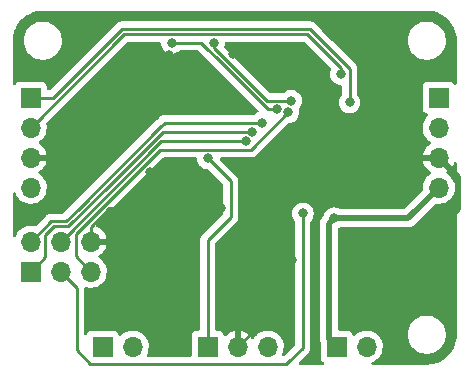
<source format=gbr>
%TF.GenerationSoftware,KiCad,Pcbnew,(6.0.2)*%
%TF.CreationDate,2022-04-29T01:07:20-04:00*%
%TF.ProjectId,Spacecraft ATmega328 MOSFET,53706163-6563-4726-9166-742041546d65,rev?*%
%TF.SameCoordinates,Original*%
%TF.FileFunction,Copper,L2,Bot*%
%TF.FilePolarity,Positive*%
%FSLAX46Y46*%
G04 Gerber Fmt 4.6, Leading zero omitted, Abs format (unit mm)*
G04 Created by KiCad (PCBNEW (6.0.2)) date 2022-04-29 01:07:20*
%MOMM*%
%LPD*%
G01*
G04 APERTURE LIST*
%TA.AperFunction,ComponentPad*%
%ADD10R,1.700000X1.700000*%
%TD*%
%TA.AperFunction,ComponentPad*%
%ADD11O,1.700000X1.700000*%
%TD*%
%TA.AperFunction,ViaPad*%
%ADD12C,0.800000*%
%TD*%
%TA.AperFunction,Conductor*%
%ADD13C,0.250000*%
%TD*%
%TA.AperFunction,Conductor*%
%ADD14C,0.500000*%
%TD*%
G04 APERTURE END LIST*
D10*
%TO.P,J4,1*%
%TO.N,/LED*%
X104394000Y-90170000D03*
D11*
%TO.P,J4,2*%
%TO.N,GND*%
X106934000Y-90170000D03*
%TO.P,J4,3*%
%TO.N,+5V*%
X109474000Y-90170000D03*
%TD*%
D10*
%TO.P,J1,1*%
%TO.N,/SDA*%
X89408000Y-69088000D03*
D11*
%TO.P,J1,2*%
%TO.N,/SCL*%
X89408000Y-71628000D03*
%TO.P,J1,3*%
%TO.N,GND*%
X89408000Y-74168000D03*
%TO.P,J1,4*%
%TO.N,VCC*%
X89408000Y-76708000D03*
%TD*%
D10*
%TO.P,J5,1*%
%TO.N,VCC*%
X95504000Y-90170000D03*
D11*
%TO.P,J5,2*%
%TO.N,/SOL1*%
X98044000Y-90170000D03*
%TD*%
D10*
%TO.P,J3,1*%
%TO.N,/MISO*%
X89408000Y-83820000D03*
D11*
%TO.P,J3,2*%
%TO.N,+5V*%
X89408000Y-81280000D03*
%TO.P,J3,3*%
%TO.N,/SCK*%
X91948000Y-83820000D03*
%TO.P,J3,4*%
%TO.N,/MOSI*%
X91948000Y-81280000D03*
%TO.P,J3,5*%
%TO.N,/Reset*%
X94488000Y-83820000D03*
%TO.P,J3,6*%
%TO.N,GND*%
X94488000Y-81280000D03*
%TD*%
D10*
%TO.P,Jv,1*%
%TO.N,VCC*%
X115316000Y-90170000D03*
D11*
%TO.P,Jv,2*%
%TO.N,/SOL2*%
X117856000Y-90170000D03*
%TD*%
D10*
%TO.P,J2,1*%
%TO.N,/SDA*%
X123952000Y-69088000D03*
D11*
%TO.P,J2,2*%
%TO.N,/SCL*%
X123952000Y-71628000D03*
%TO.P,J2,3*%
%TO.N,GND*%
X123952000Y-74168000D03*
%TO.P,J2,4*%
%TO.N,VCC*%
X123952000Y-76708000D03*
%TD*%
D12*
%TO.N,+5V*%
X108950000Y-71200000D03*
%TO.N,GND*%
X99494158Y-75394158D03*
X101100000Y-65450000D03*
X111550000Y-82800000D03*
X110650000Y-65500000D03*
X97494438Y-78455562D03*
X110500394Y-68250394D03*
X105550000Y-78450000D03*
X99250000Y-69650000D03*
X124950000Y-79150000D03*
X106512299Y-65437701D03*
%TO.N,VCC*%
X115100000Y-79300000D03*
%TO.N,/Reset*%
X111218289Y-70322334D03*
%TO.N,/TXD*%
X110250000Y-70074500D03*
X101350000Y-64449989D03*
%TO.N,/RXD*%
X104918873Y-64494275D03*
X111450000Y-69350000D03*
%TO.N,/MISO*%
X108154424Y-71968363D03*
%TO.N,/SCK*%
X112450000Y-78900000D03*
%TO.N,/MOSI*%
X107600000Y-72800000D03*
%TO.N,/LED*%
X104400000Y-74225500D03*
%TO.N,/SDA*%
X116400000Y-69500000D03*
%TO.N,/SCL*%
X115675500Y-67100000D03*
%TD*%
D13*
%TO.N,+5V*%
X89408000Y-81280000D02*
X91137520Y-79550480D01*
X92406084Y-79550480D02*
X93453282Y-78503282D01*
X93453282Y-78503282D02*
X100456564Y-71500000D01*
X100750000Y-71200000D02*
X108950000Y-71200000D01*
X100456564Y-71500000D02*
X100456564Y-71493436D01*
X91586198Y-79550480D02*
X92406084Y-79550480D01*
X100650000Y-71300000D02*
X100750000Y-71200000D01*
X100456564Y-71493436D02*
X100650000Y-71300000D01*
X91137520Y-79550480D02*
X91586198Y-79550480D01*
D14*
%TO.N,GND*%
X123952000Y-74168000D02*
X125600000Y-75816000D01*
X125600000Y-75816000D02*
X125600000Y-78500000D01*
D13*
X110587701Y-65437701D02*
X110650000Y-65500000D01*
X106512299Y-65437701D02*
X110587701Y-65437701D01*
X105550000Y-78450000D02*
X105544438Y-78455562D01*
X94488000Y-80011436D02*
X96043874Y-78455562D01*
X111550000Y-85554000D02*
X106934000Y-90170000D01*
X110650000Y-68100788D02*
X110650000Y-65500000D01*
X111550000Y-82800000D02*
X111550000Y-85554000D01*
D14*
X125600000Y-78500000D02*
X124950000Y-79150000D01*
D13*
X94488000Y-81280000D02*
X94488000Y-80011436D01*
X96043874Y-78455562D02*
X97494438Y-78455562D01*
X105544438Y-78455562D02*
X97494438Y-78455562D01*
X110500394Y-68250394D02*
X110650000Y-68100788D01*
D14*
%TO.N,VCC*%
X115100000Y-79300000D02*
X114650000Y-79750000D01*
X121360000Y-79300000D02*
X123952000Y-76708000D01*
X115100000Y-79300000D02*
X121360000Y-79300000D01*
X114650000Y-89504000D02*
X115316000Y-90170000D01*
X114650000Y-79750000D02*
X114650000Y-89504000D01*
D13*
%TO.N,/Reset*%
X111218289Y-70322334D02*
X108016112Y-73524511D01*
X105124511Y-73524511D02*
X105100000Y-73500000D01*
X93200000Y-80663718D02*
X93200000Y-82532000D01*
X108016112Y-73524511D02*
X105124511Y-73524511D01*
X93200000Y-82532000D02*
X94488000Y-83820000D01*
X105100000Y-73500000D02*
X100363718Y-73500000D01*
X100363718Y-73500000D02*
X93200000Y-80663718D01*
%TO.N,/TXD*%
X103849989Y-64449989D02*
X101350000Y-64449989D01*
X108832141Y-69417859D02*
X109488782Y-70074500D01*
X105164282Y-65750000D02*
X108832141Y-69417859D01*
X105164282Y-65750000D02*
X105150000Y-65750000D01*
X104350000Y-64950000D02*
X103849989Y-64449989D01*
X109488782Y-70074500D02*
X110250000Y-70074500D01*
X105150000Y-65750000D02*
X104350000Y-64950000D01*
%TO.N,/RXD*%
X109400000Y-69350000D02*
X104918873Y-64868873D01*
X104918873Y-64868873D02*
X104918873Y-64494275D01*
X109400000Y-69350000D02*
X111450000Y-69350000D01*
%TO.N,/MISO*%
X92592282Y-80000000D02*
X96121141Y-76471141D01*
X91250000Y-80150000D02*
X91400000Y-80000000D01*
X100242282Y-72350000D02*
X100250000Y-72350000D01*
X91400000Y-80000000D02*
X92450000Y-80000000D01*
X90650000Y-81250000D02*
X90650000Y-80750000D01*
X89408000Y-83820000D02*
X90650000Y-82578000D01*
X96121141Y-76471141D02*
X100242282Y-72350000D01*
X100631637Y-71968363D02*
X108154424Y-71968363D01*
X92450000Y-80000000D02*
X92592282Y-80000000D01*
X100250000Y-72350000D02*
X100450000Y-72150000D01*
X90650000Y-80750000D02*
X91250000Y-80150000D01*
X100450000Y-72150000D02*
X100631637Y-71968363D01*
X90650000Y-82578000D02*
X90650000Y-81250000D01*
%TO.N,/SCK*%
X91948000Y-83820000D02*
X93300000Y-85172000D01*
X111300000Y-91400000D02*
X112450000Y-90250000D01*
X93300000Y-90500000D02*
X94450000Y-91650000D01*
X93300000Y-85172000D02*
X93300000Y-90500000D01*
X94450000Y-91650000D02*
X94500000Y-91650000D01*
X112450000Y-90250000D02*
X112450000Y-78900000D01*
X94500000Y-91650000D02*
X111050000Y-91650000D01*
X111050000Y-91650000D02*
X111300000Y-91400000D01*
%TO.N,/MOSI*%
X91948000Y-81280000D02*
X100428000Y-72800000D01*
X100428000Y-72800000D02*
X107600000Y-72800000D01*
%TO.N,/LED*%
X104400000Y-74225500D02*
X106350000Y-76175500D01*
X104394000Y-81156000D02*
X104394000Y-90170000D01*
X106350000Y-79200000D02*
X104394000Y-81156000D01*
X106350000Y-76175500D02*
X106350000Y-79200000D01*
%TO.N,/SDA*%
X97124314Y-63275969D02*
X110300000Y-63275969D01*
X96375141Y-64025141D02*
X97124314Y-63275969D01*
X91312282Y-69088000D02*
X96375141Y-64025141D01*
X116400000Y-66650000D02*
X116400000Y-68900000D01*
X89408000Y-69088000D02*
X91312282Y-69088000D01*
X110300000Y-63275969D02*
X112050583Y-63275969D01*
X113025969Y-63275969D02*
X113650000Y-63900000D01*
X113650000Y-63900000D02*
X116400000Y-66650000D01*
X112050583Y-63275969D02*
X113025969Y-63275969D01*
X116400000Y-68900000D02*
X116400000Y-69500000D01*
%TO.N,/SCL*%
X89408000Y-71628000D02*
X97310511Y-63725489D01*
X113632141Y-64517859D02*
X115675500Y-66561218D01*
X115675500Y-66561218D02*
X115675500Y-67100000D01*
X97310511Y-63725489D02*
X110450875Y-63725489D01*
X112839771Y-63725489D02*
X113632141Y-64517859D01*
X110450875Y-63725489D02*
X112839771Y-63725489D01*
%TD*%
%TA.AperFunction,Conductor*%
%TO.N,GND*%
G36*
X125403413Y-77099369D02*
G01*
X125456631Y-77146362D01*
X125476000Y-77213487D01*
X125476000Y-89104672D01*
X125474500Y-89124056D01*
X125470814Y-89147730D01*
X125471978Y-89156632D01*
X125471978Y-89156634D01*
X125472454Y-89160270D01*
X125472934Y-89163938D01*
X125473163Y-89165692D01*
X125474029Y-89189093D01*
X125461826Y-89406403D01*
X125460426Y-89431324D01*
X125458845Y-89445360D01*
X125443594Y-89535120D01*
X125413501Y-89712233D01*
X125410360Y-89725996D01*
X125335418Y-89986122D01*
X125330757Y-89999441D01*
X125227166Y-90249531D01*
X125221035Y-90262261D01*
X125090106Y-90499160D01*
X125082589Y-90511125D01*
X124925944Y-90731895D01*
X124917134Y-90742941D01*
X124736766Y-90944774D01*
X124726774Y-90954766D01*
X124524941Y-91135134D01*
X124513895Y-91143944D01*
X124293125Y-91300589D01*
X124281160Y-91308106D01*
X124044261Y-91439035D01*
X124031530Y-91445166D01*
X123830346Y-91528500D01*
X123781441Y-91548757D01*
X123768122Y-91553418D01*
X123507996Y-91628360D01*
X123494233Y-91631501D01*
X123365885Y-91653308D01*
X123227360Y-91676845D01*
X123213328Y-91678426D01*
X122978373Y-91691621D01*
X122951932Y-91690319D01*
X122942270Y-91688814D01*
X122910749Y-91692936D01*
X122894411Y-91694000D01*
X118362460Y-91694000D01*
X118294339Y-91673998D01*
X118247846Y-91620342D01*
X118237742Y-91550068D01*
X118267236Y-91485488D01*
X118326253Y-91447314D01*
X118348425Y-91440662D01*
X118348427Y-91440661D01*
X118353384Y-91439174D01*
X118553994Y-91340896D01*
X118735860Y-91211173D01*
X118894096Y-91053489D01*
X118973604Y-90942842D01*
X119021435Y-90876277D01*
X119024453Y-90872077D01*
X119038633Y-90843387D01*
X119121136Y-90676453D01*
X119121137Y-90676451D01*
X119123430Y-90671811D01*
X119163521Y-90539856D01*
X119186865Y-90463023D01*
X119186865Y-90463021D01*
X119188370Y-90458069D01*
X119217529Y-90236590D01*
X119218077Y-90214181D01*
X119219074Y-90173365D01*
X119219074Y-90173361D01*
X119219156Y-90170000D01*
X119200852Y-89947361D01*
X119146431Y-89730702D01*
X119057354Y-89525840D01*
X118996209Y-89431324D01*
X118938822Y-89342617D01*
X118938820Y-89342614D01*
X118936014Y-89338277D01*
X118785670Y-89173051D01*
X118781619Y-89169852D01*
X118781615Y-89169848D01*
X118761548Y-89154000D01*
X121322526Y-89154000D01*
X121342391Y-89406403D01*
X121343545Y-89411210D01*
X121343546Y-89411216D01*
X121359423Y-89477349D01*
X121401495Y-89652591D01*
X121403388Y-89657162D01*
X121403389Y-89657164D01*
X121471625Y-89821899D01*
X121498384Y-89886502D01*
X121630672Y-90102376D01*
X121795102Y-90294898D01*
X121987624Y-90459328D01*
X122203498Y-90591616D01*
X122208068Y-90593509D01*
X122208072Y-90593511D01*
X122432836Y-90686611D01*
X122437409Y-90688505D01*
X122522032Y-90708821D01*
X122678784Y-90746454D01*
X122678790Y-90746455D01*
X122683597Y-90747609D01*
X122783416Y-90755465D01*
X122870345Y-90762307D01*
X122870352Y-90762307D01*
X122872801Y-90762500D01*
X122999199Y-90762500D01*
X123001648Y-90762307D01*
X123001655Y-90762307D01*
X123088584Y-90755465D01*
X123188403Y-90747609D01*
X123193210Y-90746455D01*
X123193216Y-90746454D01*
X123349968Y-90708821D01*
X123434591Y-90688505D01*
X123439164Y-90686611D01*
X123663928Y-90593511D01*
X123663932Y-90593509D01*
X123668502Y-90591616D01*
X123884376Y-90459328D01*
X124076898Y-90294898D01*
X124241328Y-90102376D01*
X124373616Y-89886502D01*
X124400376Y-89821899D01*
X124468611Y-89657164D01*
X124468612Y-89657162D01*
X124470505Y-89652591D01*
X124512577Y-89477349D01*
X124528454Y-89411216D01*
X124528455Y-89411210D01*
X124529609Y-89406403D01*
X124549474Y-89154000D01*
X124529609Y-88901597D01*
X124518250Y-88854280D01*
X124471660Y-88660221D01*
X124470505Y-88655409D01*
X124373616Y-88421498D01*
X124241328Y-88205624D01*
X124076898Y-88013102D01*
X123884376Y-87848672D01*
X123668502Y-87716384D01*
X123663932Y-87714491D01*
X123663928Y-87714489D01*
X123439164Y-87621389D01*
X123439162Y-87621388D01*
X123434591Y-87619495D01*
X123349968Y-87599179D01*
X123193216Y-87561546D01*
X123193210Y-87561545D01*
X123188403Y-87560391D01*
X123088584Y-87552535D01*
X123001655Y-87545693D01*
X123001648Y-87545693D01*
X122999199Y-87545500D01*
X122872801Y-87545500D01*
X122870352Y-87545693D01*
X122870345Y-87545693D01*
X122783416Y-87552535D01*
X122683597Y-87560391D01*
X122678790Y-87561545D01*
X122678784Y-87561546D01*
X122522032Y-87599179D01*
X122437409Y-87619495D01*
X122432838Y-87621388D01*
X122432836Y-87621389D01*
X122208072Y-87714489D01*
X122208068Y-87714491D01*
X122203498Y-87716384D01*
X121987624Y-87848672D01*
X121795102Y-88013102D01*
X121630672Y-88205624D01*
X121498384Y-88421498D01*
X121401495Y-88655409D01*
X121400340Y-88660221D01*
X121353751Y-88854280D01*
X121342391Y-88901597D01*
X121322526Y-89154000D01*
X118761548Y-89154000D01*
X118614414Y-89037800D01*
X118614410Y-89037798D01*
X118610359Y-89034598D01*
X118574028Y-89014542D01*
X118558136Y-89005769D01*
X118414789Y-88926638D01*
X118409920Y-88924914D01*
X118409916Y-88924912D01*
X118209087Y-88853795D01*
X118209083Y-88853794D01*
X118204212Y-88852069D01*
X118199119Y-88851162D01*
X118199116Y-88851161D01*
X117989373Y-88813800D01*
X117989367Y-88813799D01*
X117984284Y-88812894D01*
X117910452Y-88811992D01*
X117766081Y-88810228D01*
X117766079Y-88810228D01*
X117760911Y-88810165D01*
X117540091Y-88843955D01*
X117327756Y-88913357D01*
X117129607Y-89016507D01*
X117125474Y-89019610D01*
X117125471Y-89019612D01*
X116961945Y-89142391D01*
X116950965Y-89150635D01*
X116878648Y-89226311D01*
X116870283Y-89235064D01*
X116808759Y-89270494D01*
X116737846Y-89267037D01*
X116680060Y-89225791D01*
X116661207Y-89192243D01*
X116619767Y-89081703D01*
X116616615Y-89073295D01*
X116529261Y-88956739D01*
X116412705Y-88869385D01*
X116276316Y-88818255D01*
X116214134Y-88811500D01*
X115534500Y-88811500D01*
X115466379Y-88791498D01*
X115419886Y-88737842D01*
X115408500Y-88685500D01*
X115408500Y-80238950D01*
X115428502Y-80170829D01*
X115483251Y-80123843D01*
X115550722Y-80093803D01*
X115550724Y-80093802D01*
X115556752Y-80091118D01*
X115562091Y-80087239D01*
X115562098Y-80087235D01*
X115568528Y-80082563D01*
X115642587Y-80058500D01*
X121292930Y-80058500D01*
X121311880Y-80059933D01*
X121326115Y-80062099D01*
X121326119Y-80062099D01*
X121333349Y-80063199D01*
X121340641Y-80062606D01*
X121340644Y-80062606D01*
X121386018Y-80058915D01*
X121396233Y-80058500D01*
X121404293Y-80058500D01*
X121417583Y-80056951D01*
X121432507Y-80055211D01*
X121436882Y-80054778D01*
X121502339Y-80049454D01*
X121502342Y-80049453D01*
X121509637Y-80048860D01*
X121516601Y-80046604D01*
X121522560Y-80045413D01*
X121528415Y-80044029D01*
X121535681Y-80043182D01*
X121604327Y-80018265D01*
X121608455Y-80016848D01*
X121670936Y-79996607D01*
X121670938Y-79996606D01*
X121677899Y-79994351D01*
X121684154Y-79990555D01*
X121689628Y-79988049D01*
X121695058Y-79985330D01*
X121701937Y-79982833D01*
X121734167Y-79961702D01*
X121762976Y-79942814D01*
X121766680Y-79940477D01*
X121829107Y-79902595D01*
X121837484Y-79895197D01*
X121837508Y-79895224D01*
X121840500Y-79892571D01*
X121843733Y-79889868D01*
X121849852Y-79885856D01*
X121903128Y-79829617D01*
X121905506Y-79827175D01*
X123643441Y-78089240D01*
X123705753Y-78055214D01*
X123757657Y-78054865D01*
X123790597Y-78061567D01*
X123795772Y-78061757D01*
X123795774Y-78061757D01*
X124008673Y-78069564D01*
X124008677Y-78069564D01*
X124013837Y-78069753D01*
X124018957Y-78069097D01*
X124018959Y-78069097D01*
X124230288Y-78042025D01*
X124230289Y-78042025D01*
X124235416Y-78041368D01*
X124260338Y-78033891D01*
X124444429Y-77978661D01*
X124444434Y-77978659D01*
X124449384Y-77977174D01*
X124649994Y-77878896D01*
X124831860Y-77749173D01*
X124990096Y-77591489D01*
X125049594Y-77508689D01*
X125117435Y-77414277D01*
X125120453Y-77410077D01*
X125219430Y-77209811D01*
X125229442Y-77176858D01*
X125268383Y-77117494D01*
X125333237Y-77088607D01*
X125403413Y-77099369D01*
G37*
%TD.AperFunction*%
%TA.AperFunction,Conductor*%
G36*
X122906057Y-61723500D02*
G01*
X122920858Y-61725805D01*
X122920861Y-61725805D01*
X122929730Y-61727186D01*
X122938632Y-61726022D01*
X122938634Y-61726022D01*
X122942962Y-61725456D01*
X122947695Y-61724837D01*
X122971093Y-61723971D01*
X123213328Y-61737574D01*
X123227360Y-61739155D01*
X123365885Y-61762692D01*
X123494233Y-61784499D01*
X123507996Y-61787640D01*
X123768122Y-61862582D01*
X123781441Y-61867243D01*
X124031531Y-61970834D01*
X124044261Y-61976965D01*
X124281160Y-62107894D01*
X124293125Y-62115411D01*
X124513895Y-62272056D01*
X124524941Y-62280866D01*
X124726774Y-62461234D01*
X124736766Y-62471226D01*
X124917134Y-62673059D01*
X124925944Y-62684105D01*
X125082589Y-62904875D01*
X125090106Y-62916840D01*
X125221035Y-63153739D01*
X125227166Y-63166469D01*
X125330757Y-63416559D01*
X125335418Y-63429878D01*
X125410360Y-63690004D01*
X125413501Y-63703767D01*
X125458844Y-63970635D01*
X125460426Y-63984672D01*
X125462103Y-64014531D01*
X125473621Y-64219622D01*
X125472319Y-64246068D01*
X125470814Y-64255730D01*
X125471979Y-64264637D01*
X125474936Y-64287251D01*
X125476000Y-64303589D01*
X125476000Y-67911139D01*
X125455998Y-67979260D01*
X125402342Y-68025753D01*
X125332068Y-68035857D01*
X125267488Y-68006363D01*
X125249174Y-67986704D01*
X125236780Y-67970166D01*
X125165261Y-67874739D01*
X125048705Y-67787385D01*
X124912316Y-67736255D01*
X124850134Y-67729500D01*
X123053866Y-67729500D01*
X122991684Y-67736255D01*
X122855295Y-67787385D01*
X122738739Y-67874739D01*
X122651385Y-67991295D01*
X122600255Y-68127684D01*
X122593500Y-68189866D01*
X122593500Y-69986134D01*
X122600255Y-70048316D01*
X122651385Y-70184705D01*
X122738739Y-70301261D01*
X122855295Y-70388615D01*
X122863704Y-70391767D01*
X122863705Y-70391768D01*
X122972451Y-70432535D01*
X123029216Y-70475176D01*
X123053916Y-70541738D01*
X123038709Y-70611087D01*
X123019316Y-70637568D01*
X122892629Y-70770138D01*
X122889715Y-70774410D01*
X122889714Y-70774411D01*
X122877409Y-70792450D01*
X122766743Y-70954680D01*
X122672688Y-71157305D01*
X122612989Y-71372570D01*
X122589251Y-71594695D01*
X122589548Y-71599848D01*
X122589548Y-71599851D01*
X122595011Y-71694590D01*
X122602110Y-71817715D01*
X122603247Y-71822761D01*
X122603248Y-71822767D01*
X122623119Y-71910939D01*
X122651222Y-72035639D01*
X122735266Y-72242616D01*
X122851987Y-72433088D01*
X122998250Y-72601938D01*
X123170126Y-72744632D01*
X123243955Y-72787774D01*
X123292679Y-72839412D01*
X123305750Y-72909195D01*
X123279019Y-72974967D01*
X123238562Y-73008327D01*
X123230457Y-73012546D01*
X123221738Y-73018036D01*
X123051433Y-73145905D01*
X123043726Y-73152748D01*
X122896590Y-73306717D01*
X122890104Y-73314727D01*
X122770098Y-73490649D01*
X122765000Y-73499623D01*
X122675338Y-73692783D01*
X122671775Y-73702470D01*
X122616389Y-73902183D01*
X122617912Y-73910607D01*
X122630292Y-73914000D01*
X124080000Y-73914000D01*
X124148121Y-73934002D01*
X124194614Y-73987658D01*
X124206000Y-74040000D01*
X124206000Y-74296000D01*
X124185998Y-74364121D01*
X124132342Y-74410614D01*
X124080000Y-74422000D01*
X122635225Y-74422000D01*
X122621694Y-74425973D01*
X122620257Y-74435966D01*
X122650565Y-74570446D01*
X122653645Y-74580275D01*
X122733770Y-74777603D01*
X122738413Y-74786794D01*
X122849694Y-74968388D01*
X122855777Y-74976699D01*
X122995213Y-75137667D01*
X123002580Y-75144883D01*
X123166434Y-75280916D01*
X123174881Y-75286831D01*
X123243969Y-75327203D01*
X123292693Y-75378842D01*
X123305764Y-75448625D01*
X123279033Y-75514396D01*
X123238584Y-75547752D01*
X123225607Y-75554507D01*
X123221474Y-75557610D01*
X123221471Y-75557612D01*
X123197247Y-75575800D01*
X123046965Y-75688635D01*
X122892629Y-75850138D01*
X122889715Y-75854410D01*
X122889714Y-75854411D01*
X122848327Y-75915082D01*
X122766743Y-76034680D01*
X122672688Y-76237305D01*
X122612989Y-76452570D01*
X122589251Y-76674695D01*
X122602110Y-76897715D01*
X122603247Y-76902760D01*
X122603966Y-76907877D01*
X122602518Y-76908081D01*
X122598398Y-76972274D01*
X122569119Y-77018200D01*
X121082724Y-78504595D01*
X121020412Y-78538621D01*
X120993629Y-78541500D01*
X115642587Y-78541500D01*
X115568528Y-78517437D01*
X115562098Y-78512765D01*
X115562091Y-78512761D01*
X115556752Y-78508882D01*
X115550724Y-78506198D01*
X115550722Y-78506197D01*
X115388319Y-78433891D01*
X115388318Y-78433891D01*
X115382288Y-78431206D01*
X115288888Y-78411353D01*
X115201944Y-78392872D01*
X115201939Y-78392872D01*
X115195487Y-78391500D01*
X115004513Y-78391500D01*
X114998061Y-78392872D01*
X114998056Y-78392872D01*
X114911112Y-78411353D01*
X114817712Y-78431206D01*
X114811682Y-78433891D01*
X114811681Y-78433891D01*
X114649278Y-78506197D01*
X114649276Y-78506198D01*
X114643248Y-78508882D01*
X114637907Y-78512762D01*
X114637906Y-78512763D01*
X114631473Y-78517437D01*
X114488747Y-78621134D01*
X114484326Y-78626044D01*
X114484325Y-78626045D01*
X114402758Y-78716635D01*
X114360960Y-78763056D01*
X114357659Y-78768774D01*
X114272128Y-78916918D01*
X114265473Y-78928444D01*
X114210964Y-79096206D01*
X114210613Y-79097285D01*
X114179875Y-79147444D01*
X114161089Y-79166230D01*
X114146677Y-79178616D01*
X114135082Y-79187149D01*
X114135077Y-79187154D01*
X114129182Y-79191492D01*
X114124443Y-79197070D01*
X114124440Y-79197073D01*
X114094965Y-79231768D01*
X114088035Y-79239284D01*
X114082340Y-79244979D01*
X114080060Y-79247861D01*
X114064719Y-79267251D01*
X114061928Y-79270655D01*
X114047438Y-79287711D01*
X114014667Y-79326285D01*
X114011339Y-79332801D01*
X114007972Y-79337850D01*
X114004805Y-79342979D01*
X114000266Y-79348716D01*
X113969345Y-79414875D01*
X113967442Y-79418769D01*
X113934231Y-79483808D01*
X113932492Y-79490916D01*
X113930393Y-79496559D01*
X113928476Y-79502322D01*
X113925378Y-79508950D01*
X113923888Y-79516112D01*
X113923888Y-79516113D01*
X113910514Y-79580412D01*
X113909544Y-79584696D01*
X113892192Y-79655610D01*
X113891500Y-79666764D01*
X113891464Y-79666762D01*
X113891225Y-79670755D01*
X113890851Y-79674947D01*
X113889360Y-79682115D01*
X113889558Y-79689432D01*
X113891454Y-79759521D01*
X113891500Y-79762928D01*
X113891500Y-89436930D01*
X113890067Y-89455880D01*
X113887909Y-89470066D01*
X113886801Y-89477349D01*
X113887394Y-89484641D01*
X113887394Y-89484644D01*
X113891085Y-89530018D01*
X113891500Y-89540233D01*
X113891500Y-89548293D01*
X113891925Y-89551937D01*
X113894789Y-89576507D01*
X113895222Y-89580882D01*
X113901140Y-89653637D01*
X113903396Y-89660601D01*
X113904587Y-89666560D01*
X113905971Y-89672415D01*
X113906818Y-89679681D01*
X113931735Y-89748327D01*
X113933152Y-89752455D01*
X113951367Y-89808682D01*
X113957500Y-89847513D01*
X113957500Y-91068134D01*
X113964255Y-91130316D01*
X114015385Y-91266705D01*
X114102739Y-91383261D01*
X114192176Y-91450290D01*
X114214704Y-91467174D01*
X114257219Y-91524033D01*
X114262245Y-91594852D01*
X114228185Y-91657145D01*
X114165854Y-91691135D01*
X114139139Y-91694000D01*
X112206094Y-91694000D01*
X112137973Y-91673998D01*
X112091480Y-91620342D01*
X112081376Y-91550068D01*
X112110870Y-91485488D01*
X112116999Y-91478905D01*
X112842247Y-90753657D01*
X112850537Y-90746113D01*
X112857018Y-90742000D01*
X112903659Y-90692332D01*
X112906413Y-90689491D01*
X112926135Y-90669769D01*
X112928612Y-90666576D01*
X112936317Y-90657555D01*
X112942538Y-90650930D01*
X112966586Y-90625321D01*
X112970407Y-90618371D01*
X112976346Y-90607568D01*
X112987202Y-90591041D01*
X112994757Y-90581302D01*
X112994758Y-90581300D01*
X112999614Y-90575040D01*
X113017174Y-90534460D01*
X113022391Y-90523812D01*
X113039875Y-90492009D01*
X113039876Y-90492007D01*
X113043695Y-90485060D01*
X113048733Y-90465437D01*
X113055137Y-90446734D01*
X113060033Y-90435420D01*
X113060033Y-90435419D01*
X113063181Y-90428145D01*
X113064420Y-90420322D01*
X113064423Y-90420312D01*
X113070099Y-90384476D01*
X113072505Y-90372856D01*
X113081528Y-90337711D01*
X113081528Y-90337710D01*
X113083500Y-90330030D01*
X113083500Y-90309776D01*
X113085051Y-90290065D01*
X113086980Y-90277886D01*
X113088220Y-90270057D01*
X113084059Y-90226038D01*
X113083500Y-90214181D01*
X113083500Y-79602524D01*
X113103502Y-79534403D01*
X113115858Y-79518221D01*
X113189040Y-79436944D01*
X113284527Y-79271556D01*
X113343542Y-79089928D01*
X113348166Y-79045938D01*
X113362814Y-78906565D01*
X113363504Y-78900000D01*
X113343542Y-78710072D01*
X113284527Y-78528444D01*
X113189040Y-78363056D01*
X113061253Y-78221134D01*
X112906752Y-78108882D01*
X112900724Y-78106198D01*
X112900722Y-78106197D01*
X112738319Y-78033891D01*
X112738318Y-78033891D01*
X112732288Y-78031206D01*
X112638888Y-78011353D01*
X112551944Y-77992872D01*
X112551939Y-77992872D01*
X112545487Y-77991500D01*
X112354513Y-77991500D01*
X112348061Y-77992872D01*
X112348056Y-77992872D01*
X112261112Y-78011353D01*
X112167712Y-78031206D01*
X112161682Y-78033891D01*
X112161681Y-78033891D01*
X111999278Y-78106197D01*
X111999276Y-78106198D01*
X111993248Y-78108882D01*
X111838747Y-78221134D01*
X111710960Y-78363056D01*
X111615473Y-78528444D01*
X111556458Y-78710072D01*
X111536496Y-78900000D01*
X111537186Y-78906565D01*
X111551835Y-79045938D01*
X111556458Y-79089928D01*
X111615473Y-79271556D01*
X111710960Y-79436944D01*
X111784137Y-79518215D01*
X111814853Y-79582221D01*
X111816500Y-79602524D01*
X111816500Y-89935405D01*
X111796498Y-90003526D01*
X111779595Y-90024501D01*
X111342185Y-90461910D01*
X110900605Y-90903490D01*
X110838293Y-90937515D01*
X110767477Y-90932450D01*
X110710642Y-90889903D01*
X110685831Y-90823383D01*
X110698552Y-90758568D01*
X110701011Y-90753593D01*
X110741430Y-90671811D01*
X110781521Y-90539856D01*
X110804865Y-90463023D01*
X110804865Y-90463021D01*
X110806370Y-90458069D01*
X110835529Y-90236590D01*
X110836077Y-90214181D01*
X110837074Y-90173365D01*
X110837074Y-90173361D01*
X110837156Y-90170000D01*
X110818852Y-89947361D01*
X110764431Y-89730702D01*
X110675354Y-89525840D01*
X110614209Y-89431324D01*
X110556822Y-89342617D01*
X110556820Y-89342614D01*
X110554014Y-89338277D01*
X110403670Y-89173051D01*
X110399619Y-89169852D01*
X110399615Y-89169848D01*
X110232414Y-89037800D01*
X110232410Y-89037798D01*
X110228359Y-89034598D01*
X110192028Y-89014542D01*
X110176136Y-89005769D01*
X110032789Y-88926638D01*
X110027920Y-88924914D01*
X110027916Y-88924912D01*
X109827087Y-88853795D01*
X109827083Y-88853794D01*
X109822212Y-88852069D01*
X109817119Y-88851162D01*
X109817116Y-88851161D01*
X109607373Y-88813800D01*
X109607367Y-88813799D01*
X109602284Y-88812894D01*
X109528452Y-88811992D01*
X109384081Y-88810228D01*
X109384079Y-88810228D01*
X109378911Y-88810165D01*
X109158091Y-88843955D01*
X108945756Y-88913357D01*
X108747607Y-89016507D01*
X108743474Y-89019610D01*
X108743471Y-89019612D01*
X108579945Y-89142391D01*
X108568965Y-89150635D01*
X108565393Y-89154373D01*
X108457729Y-89267037D01*
X108414629Y-89312138D01*
X108328507Y-89438389D01*
X108306898Y-89470066D01*
X108251987Y-89515069D01*
X108181462Y-89523240D01*
X108117715Y-89491986D01*
X108097018Y-89467502D01*
X108016426Y-89342926D01*
X108010136Y-89334757D01*
X107866806Y-89177240D01*
X107859273Y-89170215D01*
X107692139Y-89038222D01*
X107683552Y-89032517D01*
X107497117Y-88929599D01*
X107487705Y-88925369D01*
X107286959Y-88854280D01*
X107276988Y-88851646D01*
X107205837Y-88838972D01*
X107192540Y-88840432D01*
X107188000Y-88854989D01*
X107188000Y-90298000D01*
X107167998Y-90366121D01*
X107114342Y-90412614D01*
X107062000Y-90424000D01*
X106806000Y-90424000D01*
X106737879Y-90403998D01*
X106691386Y-90350342D01*
X106680000Y-90298000D01*
X106680000Y-88853102D01*
X106676082Y-88839758D01*
X106661806Y-88837771D01*
X106623324Y-88843660D01*
X106613288Y-88846051D01*
X106410868Y-88912212D01*
X106401359Y-88916209D01*
X106212463Y-89014542D01*
X106203738Y-89020036D01*
X106033433Y-89147905D01*
X106025726Y-89154748D01*
X105948478Y-89235584D01*
X105886954Y-89271014D01*
X105816042Y-89267557D01*
X105758255Y-89226311D01*
X105739402Y-89192763D01*
X105697767Y-89081703D01*
X105694615Y-89073295D01*
X105607261Y-88956739D01*
X105490705Y-88869385D01*
X105354316Y-88818255D01*
X105292134Y-88811500D01*
X105153500Y-88811500D01*
X105085379Y-88791498D01*
X105038886Y-88737842D01*
X105027500Y-88685500D01*
X105027500Y-81470594D01*
X105047502Y-81402473D01*
X105064405Y-81381499D01*
X106742253Y-79703652D01*
X106750539Y-79696112D01*
X106757018Y-79692000D01*
X106775963Y-79671826D01*
X106803643Y-79642349D01*
X106806398Y-79639507D01*
X106826135Y-79619770D01*
X106828615Y-79616573D01*
X106836320Y-79607551D01*
X106841041Y-79602524D01*
X106866586Y-79575321D01*
X106870405Y-79568375D01*
X106870407Y-79568372D01*
X106876348Y-79557566D01*
X106887199Y-79541047D01*
X106894758Y-79531301D01*
X106899614Y-79525041D01*
X106902759Y-79517772D01*
X106902762Y-79517768D01*
X106917174Y-79484463D01*
X106922391Y-79473813D01*
X106943695Y-79435060D01*
X106948733Y-79415437D01*
X106955137Y-79396734D01*
X106960033Y-79385420D01*
X106960033Y-79385419D01*
X106963181Y-79378145D01*
X106964420Y-79370322D01*
X106964423Y-79370312D01*
X106970099Y-79334476D01*
X106972505Y-79322856D01*
X106981528Y-79287711D01*
X106981528Y-79287710D01*
X106983500Y-79280030D01*
X106983500Y-79259776D01*
X106985051Y-79240065D01*
X106986980Y-79227886D01*
X106988220Y-79220057D01*
X106984059Y-79176038D01*
X106983500Y-79164181D01*
X106983500Y-76254263D01*
X106984027Y-76243079D01*
X106985701Y-76235591D01*
X106983562Y-76167532D01*
X106983500Y-76163575D01*
X106983500Y-76135644D01*
X106982994Y-76131638D01*
X106982061Y-76119792D01*
X106980922Y-76083537D01*
X106980673Y-76075610D01*
X106975022Y-76056158D01*
X106971014Y-76036806D01*
X106969468Y-76024568D01*
X106969467Y-76024566D01*
X106968474Y-76016703D01*
X106952194Y-75975586D01*
X106948359Y-75964385D01*
X106936018Y-75921906D01*
X106931985Y-75915087D01*
X106931983Y-75915082D01*
X106925707Y-75904471D01*
X106917010Y-75886721D01*
X106909552Y-75867883D01*
X106896660Y-75850138D01*
X106883572Y-75832125D01*
X106877053Y-75822201D01*
X106858578Y-75790960D01*
X106858574Y-75790955D01*
X106854542Y-75784137D01*
X106840218Y-75769813D01*
X106827376Y-75754778D01*
X106815472Y-75738393D01*
X106781406Y-75710211D01*
X106772627Y-75702222D01*
X105443511Y-74373106D01*
X105409485Y-74310794D01*
X105414550Y-74239979D01*
X105457097Y-74183143D01*
X105523617Y-74158332D01*
X105532606Y-74158011D01*
X107937345Y-74158011D01*
X107948528Y-74158538D01*
X107956021Y-74160213D01*
X107963947Y-74159964D01*
X107963948Y-74159964D01*
X108024098Y-74158073D01*
X108028057Y-74158011D01*
X108055968Y-74158011D01*
X108059903Y-74157514D01*
X108059968Y-74157506D01*
X108071805Y-74156573D01*
X108104063Y-74155559D01*
X108108082Y-74155433D01*
X108116001Y-74155184D01*
X108135455Y-74149532D01*
X108154812Y-74145524D01*
X108167042Y-74143979D01*
X108167043Y-74143979D01*
X108174909Y-74142985D01*
X108182280Y-74140066D01*
X108182282Y-74140066D01*
X108216024Y-74126707D01*
X108227254Y-74122862D01*
X108262095Y-74112740D01*
X108262096Y-74112740D01*
X108269705Y-74110529D01*
X108276524Y-74106496D01*
X108276529Y-74106494D01*
X108287140Y-74100218D01*
X108304888Y-74091523D01*
X108323729Y-74084063D01*
X108359499Y-74058075D01*
X108369419Y-74051559D01*
X108400647Y-74033091D01*
X108400650Y-74033089D01*
X108407474Y-74029053D01*
X108421795Y-74014732D01*
X108436829Y-74001891D01*
X108446806Y-73994642D01*
X108453219Y-73989983D01*
X108481410Y-73955906D01*
X108489400Y-73947127D01*
X111168788Y-71267739D01*
X111231100Y-71233713D01*
X111257883Y-71230834D01*
X111313776Y-71230834D01*
X111320228Y-71229462D01*
X111320233Y-71229462D01*
X111407176Y-71210981D01*
X111500577Y-71191128D01*
X111565333Y-71162297D01*
X111669011Y-71116137D01*
X111669013Y-71116136D01*
X111675041Y-71113452D01*
X111829542Y-71001200D01*
X111957329Y-70859278D01*
X112052816Y-70693890D01*
X112111831Y-70512262D01*
X112131793Y-70322334D01*
X112116444Y-70176297D01*
X112112521Y-70138969D01*
X112112521Y-70138967D01*
X112111831Y-70132406D01*
X112109793Y-70126132D01*
X112109791Y-70126125D01*
X112096178Y-70084229D01*
X112094151Y-70013262D01*
X112122374Y-69960984D01*
X112184625Y-69891847D01*
X112189040Y-69886944D01*
X112284527Y-69721556D01*
X112343542Y-69539928D01*
X112363504Y-69350000D01*
X112343542Y-69160072D01*
X112284527Y-68978444D01*
X112189040Y-68813056D01*
X112061253Y-68671134D01*
X111906752Y-68558882D01*
X111900724Y-68556198D01*
X111900722Y-68556197D01*
X111738319Y-68483891D01*
X111738318Y-68483891D01*
X111732288Y-68481206D01*
X111638887Y-68461353D01*
X111551944Y-68442872D01*
X111551939Y-68442872D01*
X111545487Y-68441500D01*
X111354513Y-68441500D01*
X111348061Y-68442872D01*
X111348056Y-68442872D01*
X111261113Y-68461353D01*
X111167712Y-68481206D01*
X111161682Y-68483891D01*
X111161681Y-68483891D01*
X110999278Y-68556197D01*
X110999276Y-68556198D01*
X110993248Y-68558882D01*
X110838747Y-68671134D01*
X110834332Y-68676037D01*
X110829420Y-68680460D01*
X110828295Y-68679211D01*
X110774986Y-68712051D01*
X110741800Y-68716500D01*
X109714594Y-68716500D01*
X109646473Y-68696498D01*
X109625499Y-68679595D01*
X105822304Y-64876399D01*
X105788278Y-64814087D01*
X105791566Y-64748369D01*
X105812415Y-64684203D01*
X105817760Y-64633354D01*
X105831687Y-64500840D01*
X105832377Y-64494275D01*
X105831687Y-64487710D01*
X105831687Y-64484989D01*
X105851689Y-64416868D01*
X105905345Y-64370375D01*
X105957687Y-64358989D01*
X112525177Y-64358989D01*
X112593298Y-64378991D01*
X112614272Y-64395894D01*
X113127599Y-64909221D01*
X114812872Y-66594495D01*
X114846897Y-66656805D01*
X114841886Y-66726862D01*
X114840973Y-66728444D01*
X114781958Y-66910072D01*
X114761996Y-67100000D01*
X114781958Y-67289928D01*
X114840973Y-67471556D01*
X114936460Y-67636944D01*
X115064247Y-67778866D01*
X115083386Y-67792771D01*
X115206087Y-67881919D01*
X115218748Y-67891118D01*
X115224776Y-67893802D01*
X115224778Y-67893803D01*
X115263716Y-67911139D01*
X115393212Y-67968794D01*
X115486612Y-67988647D01*
X115573556Y-68007128D01*
X115573561Y-68007128D01*
X115580013Y-68008500D01*
X115640500Y-68008500D01*
X115708621Y-68028502D01*
X115755114Y-68082158D01*
X115766500Y-68134500D01*
X115766500Y-68797476D01*
X115746498Y-68865597D01*
X115734142Y-68881779D01*
X115660960Y-68963056D01*
X115565473Y-69128444D01*
X115506458Y-69310072D01*
X115486496Y-69500000D01*
X115506458Y-69689928D01*
X115565473Y-69871556D01*
X115568776Y-69877278D01*
X115568777Y-69877279D01*
X115578429Y-69893997D01*
X115660960Y-70036944D01*
X115665378Y-70041851D01*
X115665379Y-70041852D01*
X115762978Y-70150247D01*
X115788747Y-70178866D01*
X115943248Y-70291118D01*
X115949276Y-70293802D01*
X115949278Y-70293803D01*
X116111681Y-70366109D01*
X116117712Y-70368794D01*
X116210962Y-70388615D01*
X116298056Y-70407128D01*
X116298061Y-70407128D01*
X116304513Y-70408500D01*
X116495487Y-70408500D01*
X116501939Y-70407128D01*
X116501944Y-70407128D01*
X116589038Y-70388615D01*
X116682288Y-70368794D01*
X116688319Y-70366109D01*
X116850722Y-70293803D01*
X116850724Y-70293802D01*
X116856752Y-70291118D01*
X117011253Y-70178866D01*
X117037022Y-70150247D01*
X117134621Y-70041852D01*
X117134622Y-70041851D01*
X117139040Y-70036944D01*
X117221571Y-69893997D01*
X117231223Y-69877279D01*
X117231224Y-69877278D01*
X117234527Y-69871556D01*
X117293542Y-69689928D01*
X117313504Y-69500000D01*
X117293542Y-69310072D01*
X117234527Y-69128444D01*
X117139040Y-68963056D01*
X117065863Y-68881785D01*
X117035147Y-68817779D01*
X117033500Y-68797476D01*
X117033500Y-66728767D01*
X117034027Y-66717584D01*
X117035702Y-66710091D01*
X117034170Y-66661339D01*
X117033562Y-66642014D01*
X117033500Y-66638055D01*
X117033500Y-66610144D01*
X117032995Y-66606144D01*
X117032062Y-66594301D01*
X117030922Y-66558029D01*
X117030673Y-66550110D01*
X117025022Y-66530658D01*
X117021014Y-66511306D01*
X117019467Y-66499063D01*
X117018474Y-66491203D01*
X117015556Y-66483832D01*
X117002200Y-66450097D01*
X116998355Y-66438870D01*
X116997721Y-66436687D01*
X116986018Y-66396407D01*
X116981984Y-66389585D01*
X116981981Y-66389579D01*
X116975706Y-66378968D01*
X116967010Y-66361218D01*
X116962472Y-66349756D01*
X116962469Y-66349751D01*
X116959552Y-66342383D01*
X116933573Y-66306625D01*
X116927057Y-66296707D01*
X116908575Y-66265457D01*
X116904542Y-66258637D01*
X116890218Y-66244313D01*
X116877376Y-66229278D01*
X116865472Y-66212893D01*
X116831406Y-66184711D01*
X116822627Y-66176722D01*
X114907905Y-64262000D01*
X121322526Y-64262000D01*
X121342391Y-64514403D01*
X121401495Y-64760591D01*
X121403388Y-64765162D01*
X121403389Y-64765164D01*
X121495249Y-64986933D01*
X121498384Y-64994502D01*
X121630672Y-65210376D01*
X121795102Y-65402898D01*
X121987624Y-65567328D01*
X122203498Y-65699616D01*
X122208068Y-65701509D01*
X122208072Y-65701511D01*
X122432836Y-65794611D01*
X122437409Y-65796505D01*
X122522032Y-65816821D01*
X122678784Y-65854454D01*
X122678790Y-65854455D01*
X122683597Y-65855609D01*
X122783416Y-65863465D01*
X122870345Y-65870307D01*
X122870352Y-65870307D01*
X122872801Y-65870500D01*
X122999199Y-65870500D01*
X123001648Y-65870307D01*
X123001655Y-65870307D01*
X123088584Y-65863465D01*
X123188403Y-65855609D01*
X123193210Y-65854455D01*
X123193216Y-65854454D01*
X123349968Y-65816821D01*
X123434591Y-65796505D01*
X123439164Y-65794611D01*
X123663928Y-65701511D01*
X123663932Y-65701509D01*
X123668502Y-65699616D01*
X123884376Y-65567328D01*
X124076898Y-65402898D01*
X124241328Y-65210376D01*
X124373616Y-64994502D01*
X124376752Y-64986933D01*
X124468611Y-64765164D01*
X124468612Y-64765162D01*
X124470505Y-64760591D01*
X124529609Y-64514403D01*
X124549474Y-64262000D01*
X124529609Y-64009597D01*
X124520256Y-63970635D01*
X124471660Y-63768221D01*
X124470505Y-63763409D01*
X124445801Y-63703767D01*
X124375511Y-63534072D01*
X124375509Y-63534068D01*
X124373616Y-63529498D01*
X124241328Y-63313624D01*
X124076898Y-63121102D01*
X123884376Y-62956672D01*
X123668502Y-62824384D01*
X123663932Y-62822491D01*
X123663928Y-62822489D01*
X123439164Y-62729389D01*
X123439162Y-62729388D01*
X123434591Y-62727495D01*
X123295011Y-62693985D01*
X123193216Y-62669546D01*
X123193210Y-62669545D01*
X123188403Y-62668391D01*
X123087035Y-62660413D01*
X123001655Y-62653693D01*
X123001648Y-62653693D01*
X122999199Y-62653500D01*
X122872801Y-62653500D01*
X122870352Y-62653693D01*
X122870345Y-62653693D01*
X122784965Y-62660413D01*
X122683597Y-62668391D01*
X122678790Y-62669545D01*
X122678784Y-62669546D01*
X122576989Y-62693985D01*
X122437409Y-62727495D01*
X122432838Y-62729388D01*
X122432836Y-62729389D01*
X122208072Y-62822489D01*
X122208068Y-62822491D01*
X122203498Y-62824384D01*
X121987624Y-62956672D01*
X121795102Y-63121102D01*
X121630672Y-63313624D01*
X121498384Y-63529498D01*
X121496491Y-63534068D01*
X121496489Y-63534072D01*
X121426199Y-63703767D01*
X121401495Y-63763409D01*
X121400340Y-63768221D01*
X121351745Y-63970635D01*
X121342391Y-64009597D01*
X121322526Y-64262000D01*
X114907905Y-64262000D01*
X114069767Y-63423862D01*
X113529617Y-62883711D01*
X113522082Y-62875431D01*
X113517969Y-62868951D01*
X113468317Y-62822325D01*
X113465476Y-62819571D01*
X113445739Y-62799834D01*
X113442542Y-62797354D01*
X113433520Y-62789649D01*
X113429366Y-62785748D01*
X113401290Y-62759383D01*
X113394344Y-62755564D01*
X113394341Y-62755562D01*
X113383535Y-62749621D01*
X113367016Y-62738770D01*
X113366552Y-62738410D01*
X113351010Y-62726355D01*
X113343741Y-62723210D01*
X113343737Y-62723207D01*
X113310432Y-62708795D01*
X113299782Y-62703578D01*
X113261029Y-62682274D01*
X113241406Y-62677236D01*
X113222703Y-62670832D01*
X113211389Y-62665936D01*
X113211388Y-62665936D01*
X113204114Y-62662788D01*
X113196291Y-62661549D01*
X113196281Y-62661546D01*
X113160445Y-62655870D01*
X113148825Y-62653464D01*
X113113680Y-62644441D01*
X113113679Y-62644441D01*
X113105999Y-62642469D01*
X113085745Y-62642469D01*
X113066034Y-62640918D01*
X113053855Y-62638989D01*
X113046026Y-62637749D01*
X113016755Y-62640516D01*
X113002008Y-62641910D01*
X112990150Y-62642469D01*
X97203082Y-62642469D01*
X97191899Y-62641942D01*
X97184406Y-62640267D01*
X97176480Y-62640516D01*
X97176479Y-62640516D01*
X97116316Y-62642407D01*
X97112358Y-62642469D01*
X97084458Y-62642469D01*
X97080468Y-62642973D01*
X97068634Y-62643905D01*
X97024425Y-62645295D01*
X97016809Y-62647508D01*
X97016807Y-62647508D01*
X97004966Y-62650948D01*
X96985607Y-62654957D01*
X96984297Y-62655123D01*
X96965517Y-62657495D01*
X96958151Y-62660411D01*
X96958145Y-62660413D01*
X96924412Y-62673769D01*
X96913182Y-62677614D01*
X96884007Y-62686090D01*
X96870721Y-62689950D01*
X96863898Y-62693985D01*
X96853280Y-62700264D01*
X96835527Y-62708961D01*
X96827882Y-62711988D01*
X96816697Y-62716417D01*
X96798843Y-62729389D01*
X96780926Y-62742406D01*
X96771009Y-62748920D01*
X96732952Y-62771427D01*
X96718631Y-62785748D01*
X96703598Y-62798588D01*
X96687207Y-62810497D01*
X96660830Y-62842382D01*
X96659026Y-62844562D01*
X96651036Y-62853343D01*
X95983779Y-63520599D01*
X91086781Y-68417596D01*
X91024469Y-68451621D01*
X90997686Y-68454500D01*
X90892500Y-68454500D01*
X90824379Y-68434498D01*
X90777886Y-68380842D01*
X90766500Y-68328500D01*
X90766500Y-68189866D01*
X90759745Y-68127684D01*
X90708615Y-67991295D01*
X90621261Y-67874739D01*
X90504705Y-67787385D01*
X90368316Y-67736255D01*
X90306134Y-67729500D01*
X88509866Y-67729500D01*
X88447684Y-67736255D01*
X88311295Y-67787385D01*
X88194739Y-67874739D01*
X88123221Y-67970166D01*
X88110826Y-67986704D01*
X88053967Y-68029219D01*
X87983148Y-68034245D01*
X87920855Y-68000185D01*
X87886865Y-67937854D01*
X87884000Y-67911139D01*
X87884000Y-64311328D01*
X87885500Y-64291943D01*
X87887805Y-64277142D01*
X87887805Y-64277139D01*
X87889186Y-64268270D01*
X87888366Y-64262000D01*
X88810526Y-64262000D01*
X88830391Y-64514403D01*
X88889495Y-64760591D01*
X88891388Y-64765162D01*
X88891389Y-64765164D01*
X88983249Y-64986933D01*
X88986384Y-64994502D01*
X89118672Y-65210376D01*
X89283102Y-65402898D01*
X89475624Y-65567328D01*
X89691498Y-65699616D01*
X89696068Y-65701509D01*
X89696072Y-65701511D01*
X89920836Y-65794611D01*
X89925409Y-65796505D01*
X90010032Y-65816821D01*
X90166784Y-65854454D01*
X90166790Y-65854455D01*
X90171597Y-65855609D01*
X90271416Y-65863465D01*
X90358345Y-65870307D01*
X90358352Y-65870307D01*
X90360801Y-65870500D01*
X90487199Y-65870500D01*
X90489648Y-65870307D01*
X90489655Y-65870307D01*
X90576584Y-65863465D01*
X90676403Y-65855609D01*
X90681210Y-65854455D01*
X90681216Y-65854454D01*
X90837968Y-65816821D01*
X90922591Y-65796505D01*
X90927164Y-65794611D01*
X91151928Y-65701511D01*
X91151932Y-65701509D01*
X91156502Y-65699616D01*
X91372376Y-65567328D01*
X91564898Y-65402898D01*
X91729328Y-65210376D01*
X91861616Y-64994502D01*
X91864752Y-64986933D01*
X91956611Y-64765164D01*
X91956612Y-64765162D01*
X91958505Y-64760591D01*
X92017609Y-64514403D01*
X92037474Y-64262000D01*
X92017609Y-64009597D01*
X92008256Y-63970635D01*
X91959660Y-63768221D01*
X91958505Y-63763409D01*
X91933801Y-63703767D01*
X91863511Y-63534072D01*
X91863509Y-63534068D01*
X91861616Y-63529498D01*
X91729328Y-63313624D01*
X91564898Y-63121102D01*
X91372376Y-62956672D01*
X91156502Y-62824384D01*
X91151932Y-62822491D01*
X91151928Y-62822489D01*
X90927164Y-62729389D01*
X90927162Y-62729388D01*
X90922591Y-62727495D01*
X90783011Y-62693985D01*
X90681216Y-62669546D01*
X90681210Y-62669545D01*
X90676403Y-62668391D01*
X90575035Y-62660413D01*
X90489655Y-62653693D01*
X90489648Y-62653693D01*
X90487199Y-62653500D01*
X90360801Y-62653500D01*
X90358352Y-62653693D01*
X90358345Y-62653693D01*
X90272965Y-62660413D01*
X90171597Y-62668391D01*
X90166790Y-62669545D01*
X90166784Y-62669546D01*
X90064989Y-62693985D01*
X89925409Y-62727495D01*
X89920838Y-62729388D01*
X89920836Y-62729389D01*
X89696072Y-62822489D01*
X89696068Y-62822491D01*
X89691498Y-62824384D01*
X89475624Y-62956672D01*
X89283102Y-63121102D01*
X89118672Y-63313624D01*
X88986384Y-63529498D01*
X88984491Y-63534068D01*
X88984489Y-63534072D01*
X88914199Y-63703767D01*
X88889495Y-63763409D01*
X88888340Y-63768221D01*
X88839745Y-63970635D01*
X88830391Y-64009597D01*
X88810526Y-64262000D01*
X87888366Y-64262000D01*
X87887722Y-64257070D01*
X87887456Y-64255038D01*
X87886837Y-64250305D01*
X87885971Y-64226905D01*
X87886380Y-64219622D01*
X87899574Y-63984672D01*
X87901156Y-63970635D01*
X87946499Y-63703767D01*
X87949640Y-63690004D01*
X88024582Y-63429878D01*
X88029243Y-63416559D01*
X88132834Y-63166469D01*
X88138965Y-63153739D01*
X88269894Y-62916840D01*
X88277411Y-62904875D01*
X88434056Y-62684105D01*
X88442866Y-62673059D01*
X88623234Y-62471226D01*
X88633226Y-62461234D01*
X88835059Y-62280866D01*
X88846105Y-62272056D01*
X89066875Y-62115411D01*
X89078840Y-62107894D01*
X89315739Y-61976965D01*
X89328469Y-61970834D01*
X89578559Y-61867243D01*
X89591878Y-61862582D01*
X89852004Y-61787640D01*
X89865767Y-61784499D01*
X89994115Y-61762692D01*
X90132640Y-61739155D01*
X90146672Y-61737574D01*
X90381627Y-61724379D01*
X90408068Y-61725681D01*
X90417730Y-61727186D01*
X90449252Y-61723064D01*
X90465589Y-61722000D01*
X122886672Y-61722000D01*
X122906057Y-61723500D01*
G37*
%TD.AperFunction*%
%TA.AperFunction,Conductor*%
G36*
X103431496Y-74153502D02*
G01*
X103477989Y-74207158D01*
X103488685Y-74246329D01*
X103495461Y-74310794D01*
X103506458Y-74415428D01*
X103565473Y-74597056D01*
X103660960Y-74762444D01*
X103665378Y-74767351D01*
X103665379Y-74767352D01*
X103761423Y-74874020D01*
X103788747Y-74904366D01*
X103943248Y-75016618D01*
X103949276Y-75019302D01*
X103949278Y-75019303D01*
X104111681Y-75091609D01*
X104117712Y-75094294D01*
X104211112Y-75114147D01*
X104298056Y-75132628D01*
X104298061Y-75132628D01*
X104304513Y-75134000D01*
X104360406Y-75134000D01*
X104428527Y-75154002D01*
X104449501Y-75170905D01*
X105679595Y-76400999D01*
X105713621Y-76463311D01*
X105716500Y-76490094D01*
X105716500Y-78885406D01*
X105696498Y-78953527D01*
X105679595Y-78974501D01*
X104826920Y-79827175D01*
X104001747Y-80652348D01*
X103993461Y-80659888D01*
X103986982Y-80664000D01*
X103981557Y-80669777D01*
X103940357Y-80713651D01*
X103937602Y-80716493D01*
X103917865Y-80736230D01*
X103915385Y-80739427D01*
X103907682Y-80748447D01*
X103877414Y-80780679D01*
X103873595Y-80787625D01*
X103873593Y-80787628D01*
X103867652Y-80798434D01*
X103856801Y-80814953D01*
X103844386Y-80830959D01*
X103841241Y-80838228D01*
X103841238Y-80838232D01*
X103826826Y-80871537D01*
X103821609Y-80882187D01*
X103800305Y-80920940D01*
X103798334Y-80928615D01*
X103798334Y-80928616D01*
X103795267Y-80940562D01*
X103788863Y-80959266D01*
X103780819Y-80977855D01*
X103779580Y-80985678D01*
X103779577Y-80985688D01*
X103773901Y-81021524D01*
X103771495Y-81033144D01*
X103760500Y-81075970D01*
X103760500Y-81096224D01*
X103758949Y-81115934D01*
X103755780Y-81135943D01*
X103756526Y-81143835D01*
X103759941Y-81179961D01*
X103760500Y-81191819D01*
X103760500Y-88685500D01*
X103740498Y-88753621D01*
X103686842Y-88800114D01*
X103634500Y-88811500D01*
X103495866Y-88811500D01*
X103433684Y-88818255D01*
X103297295Y-88869385D01*
X103180739Y-88956739D01*
X103093385Y-89073295D01*
X103042255Y-89209684D01*
X103035500Y-89271866D01*
X103035500Y-90890500D01*
X103015498Y-90958621D01*
X102961842Y-91005114D01*
X102909500Y-91016500D01*
X99343896Y-91016500D01*
X99275775Y-90996498D01*
X99229282Y-90942842D01*
X99219178Y-90872568D01*
X99230939Y-90834673D01*
X99253617Y-90788787D01*
X99311430Y-90671811D01*
X99351521Y-90539856D01*
X99374865Y-90463023D01*
X99374865Y-90463021D01*
X99376370Y-90458069D01*
X99405529Y-90236590D01*
X99406077Y-90214181D01*
X99407074Y-90173365D01*
X99407074Y-90173361D01*
X99407156Y-90170000D01*
X99388852Y-89947361D01*
X99334431Y-89730702D01*
X99245354Y-89525840D01*
X99184209Y-89431324D01*
X99126822Y-89342617D01*
X99126820Y-89342614D01*
X99124014Y-89338277D01*
X98973670Y-89173051D01*
X98969619Y-89169852D01*
X98969615Y-89169848D01*
X98802414Y-89037800D01*
X98802410Y-89037798D01*
X98798359Y-89034598D01*
X98762028Y-89014542D01*
X98746136Y-89005769D01*
X98602789Y-88926638D01*
X98597920Y-88924914D01*
X98597916Y-88924912D01*
X98397087Y-88853795D01*
X98397083Y-88853794D01*
X98392212Y-88852069D01*
X98387119Y-88851162D01*
X98387116Y-88851161D01*
X98177373Y-88813800D01*
X98177367Y-88813799D01*
X98172284Y-88812894D01*
X98098452Y-88811992D01*
X97954081Y-88810228D01*
X97954079Y-88810228D01*
X97948911Y-88810165D01*
X97728091Y-88843955D01*
X97515756Y-88913357D01*
X97317607Y-89016507D01*
X97313474Y-89019610D01*
X97313471Y-89019612D01*
X97149945Y-89142391D01*
X97138965Y-89150635D01*
X97066648Y-89226311D01*
X97058283Y-89235064D01*
X96996759Y-89270494D01*
X96925846Y-89267037D01*
X96868060Y-89225791D01*
X96849207Y-89192243D01*
X96807767Y-89081703D01*
X96804615Y-89073295D01*
X96717261Y-88956739D01*
X96600705Y-88869385D01*
X96464316Y-88818255D01*
X96402134Y-88811500D01*
X94605866Y-88811500D01*
X94543684Y-88818255D01*
X94407295Y-88869385D01*
X94290739Y-88956739D01*
X94203385Y-89073295D01*
X94200233Y-89081703D01*
X94177482Y-89142391D01*
X94134840Y-89199155D01*
X94068279Y-89223855D01*
X93998930Y-89208648D01*
X93948812Y-89158362D01*
X93933500Y-89098161D01*
X93933500Y-85250768D01*
X93934028Y-85239582D01*
X93935702Y-85232092D01*
X93935667Y-85230994D01*
X93960872Y-85167881D01*
X94018669Y-85126650D01*
X94089582Y-85123211D01*
X94097880Y-85125787D01*
X94097893Y-85125742D01*
X94102860Y-85127185D01*
X94107692Y-85129030D01*
X94112760Y-85130061D01*
X94112763Y-85130062D01*
X94220003Y-85151880D01*
X94326597Y-85173567D01*
X94331772Y-85173757D01*
X94331774Y-85173757D01*
X94544673Y-85181564D01*
X94544677Y-85181564D01*
X94549837Y-85181753D01*
X94554957Y-85181097D01*
X94554959Y-85181097D01*
X94766288Y-85154025D01*
X94766289Y-85154025D01*
X94771416Y-85153368D01*
X94842159Y-85132144D01*
X94980429Y-85090661D01*
X94980434Y-85090659D01*
X94985384Y-85089174D01*
X95185994Y-84990896D01*
X95367860Y-84861173D01*
X95526096Y-84703489D01*
X95656453Y-84522077D01*
X95755430Y-84321811D01*
X95820370Y-84108069D01*
X95849529Y-83886590D01*
X95851156Y-83820000D01*
X95832852Y-83597361D01*
X95778431Y-83380702D01*
X95689354Y-83175840D01*
X95568014Y-82988277D01*
X95417670Y-82823051D01*
X95413619Y-82819852D01*
X95413615Y-82819848D01*
X95246414Y-82687800D01*
X95246410Y-82687798D01*
X95242359Y-82684598D01*
X95200569Y-82661529D01*
X95150598Y-82611097D01*
X95135826Y-82541654D01*
X95160942Y-82475248D01*
X95188294Y-82448641D01*
X95363328Y-82323792D01*
X95371200Y-82317139D01*
X95522052Y-82166812D01*
X95528730Y-82158965D01*
X95653003Y-81986020D01*
X95658313Y-81977183D01*
X95752670Y-81786267D01*
X95756469Y-81776672D01*
X95818377Y-81572910D01*
X95820555Y-81562837D01*
X95821986Y-81551962D01*
X95819775Y-81537778D01*
X95806617Y-81534000D01*
X94360000Y-81534000D01*
X94291879Y-81513998D01*
X94245386Y-81460342D01*
X94234000Y-81408000D01*
X94234000Y-81152000D01*
X94254002Y-81083879D01*
X94307658Y-81037386D01*
X94360000Y-81026000D01*
X95806344Y-81026000D01*
X95819875Y-81022027D01*
X95821180Y-81012947D01*
X95779214Y-80845875D01*
X95775894Y-80836124D01*
X95690972Y-80640814D01*
X95686105Y-80631739D01*
X95570426Y-80452926D01*
X95564136Y-80444757D01*
X95420806Y-80287240D01*
X95413273Y-80280215D01*
X95246139Y-80148222D01*
X95237552Y-80142517D01*
X95051117Y-80039599D01*
X95041698Y-80035365D01*
X94995513Y-80019010D01*
X94937977Y-79977416D01*
X94912062Y-79911318D01*
X94925996Y-79841702D01*
X94948479Y-79811143D01*
X100589217Y-74170405D01*
X100651529Y-74136379D01*
X100678312Y-74133500D01*
X103363375Y-74133500D01*
X103431496Y-74153502D01*
G37*
%TD.AperFunction*%
%TA.AperFunction,Conductor*%
G36*
X100381601Y-64378991D02*
G01*
X100428094Y-64432647D01*
X100438790Y-64471818D01*
X100443266Y-64514403D01*
X100456458Y-64639917D01*
X100515473Y-64821545D01*
X100610960Y-64986933D01*
X100738747Y-65128855D01*
X100837843Y-65200853D01*
X100845151Y-65206162D01*
X100893248Y-65241107D01*
X100899276Y-65243791D01*
X100899278Y-65243792D01*
X101061681Y-65316098D01*
X101067712Y-65318783D01*
X101161113Y-65338636D01*
X101248056Y-65357117D01*
X101248061Y-65357117D01*
X101254513Y-65358489D01*
X101445487Y-65358489D01*
X101451939Y-65357117D01*
X101451944Y-65357117D01*
X101538887Y-65338636D01*
X101632288Y-65318783D01*
X101638319Y-65316098D01*
X101800722Y-65243792D01*
X101800724Y-65243791D01*
X101806752Y-65241107D01*
X101849050Y-65210376D01*
X101939671Y-65144535D01*
X101961253Y-65128855D01*
X101965668Y-65123952D01*
X101970580Y-65119529D01*
X101971705Y-65120778D01*
X102025014Y-65087938D01*
X102058200Y-65083489D01*
X103535395Y-65083489D01*
X103603516Y-65103491D01*
X103624490Y-65120394D01*
X103845458Y-65341362D01*
X104646348Y-66142253D01*
X104653888Y-66150539D01*
X104658000Y-66157018D01*
X104663777Y-66162443D01*
X104707651Y-66203643D01*
X104710493Y-66206398D01*
X104730230Y-66226135D01*
X104733427Y-66228615D01*
X104742447Y-66236318D01*
X104774679Y-66266586D01*
X104781622Y-66270403D01*
X104781813Y-66270508D01*
X104783200Y-66271549D01*
X104788040Y-66275066D01*
X104787985Y-66275142D01*
X104810205Y-66291827D01*
X108412371Y-69893994D01*
X108412374Y-69893996D01*
X108663920Y-70145542D01*
X108697946Y-70207854D01*
X108692881Y-70278669D01*
X108650334Y-70335505D01*
X108626074Y-70349744D01*
X108499278Y-70406197D01*
X108499276Y-70406198D01*
X108493248Y-70408882D01*
X108487907Y-70412762D01*
X108487906Y-70412763D01*
X108378023Y-70492598D01*
X108338747Y-70521134D01*
X108334332Y-70526037D01*
X108329420Y-70530460D01*
X108328295Y-70529211D01*
X108274986Y-70562051D01*
X108241800Y-70566500D01*
X100828763Y-70566500D01*
X100817579Y-70565973D01*
X100810091Y-70564299D01*
X100802168Y-70564548D01*
X100742033Y-70566438D01*
X100738075Y-70566500D01*
X100710144Y-70566500D01*
X100706229Y-70566995D01*
X100706225Y-70566995D01*
X100706167Y-70567003D01*
X100706138Y-70567006D01*
X100694296Y-70567939D01*
X100650110Y-70569327D01*
X100632744Y-70574372D01*
X100630658Y-70574978D01*
X100611306Y-70578986D01*
X100604235Y-70579880D01*
X100591203Y-70581526D01*
X100583834Y-70584443D01*
X100583832Y-70584444D01*
X100550097Y-70597800D01*
X100538869Y-70601645D01*
X100496407Y-70613982D01*
X100489585Y-70618016D01*
X100489579Y-70618019D01*
X100478968Y-70624294D01*
X100461218Y-70632990D01*
X100449756Y-70637528D01*
X100449751Y-70637531D01*
X100442383Y-70640448D01*
X100435968Y-70645109D01*
X100406625Y-70666427D01*
X100396707Y-70672943D01*
X100378019Y-70683995D01*
X100358637Y-70695458D01*
X100344313Y-70709782D01*
X100329281Y-70722621D01*
X100312893Y-70734528D01*
X100286525Y-70766401D01*
X100284712Y-70768593D01*
X100276722Y-70777373D01*
X100173865Y-70880230D01*
X100173863Y-70880233D01*
X100064313Y-70989783D01*
X100056027Y-70997323D01*
X100049546Y-71001436D01*
X100044119Y-71007215D01*
X100044118Y-71007216D01*
X100002920Y-71051088D01*
X100000165Y-71053930D01*
X99980429Y-71073666D01*
X99977949Y-71076863D01*
X99970246Y-71085883D01*
X99939978Y-71118115D01*
X99938480Y-71120839D01*
X99930637Y-71130022D01*
X92180583Y-78880076D01*
X92118271Y-78914101D01*
X92091488Y-78916980D01*
X91216288Y-78916980D01*
X91205105Y-78916453D01*
X91197612Y-78914778D01*
X91189686Y-78915027D01*
X91189685Y-78915027D01*
X91129522Y-78916918D01*
X91125564Y-78916980D01*
X91097664Y-78916980D01*
X91093674Y-78917484D01*
X91081840Y-78918416D01*
X91037631Y-78919806D01*
X91030015Y-78922019D01*
X91030013Y-78922019D01*
X91018172Y-78925459D01*
X90998813Y-78929468D01*
X90997503Y-78929634D01*
X90978723Y-78932006D01*
X90971357Y-78934922D01*
X90971351Y-78934924D01*
X90937618Y-78948280D01*
X90926388Y-78952125D01*
X90891537Y-78962250D01*
X90883927Y-78964461D01*
X90877104Y-78968496D01*
X90866486Y-78974775D01*
X90848733Y-78983472D01*
X90841088Y-78986499D01*
X90829903Y-78990928D01*
X90823488Y-78995589D01*
X90794132Y-79016917D01*
X90784215Y-79023431D01*
X90746158Y-79045938D01*
X90731837Y-79060259D01*
X90716804Y-79073099D01*
X90700413Y-79085008D01*
X90695363Y-79091112D01*
X90695358Y-79091117D01*
X90672227Y-79119078D01*
X90664237Y-79127859D01*
X89865344Y-79926751D01*
X89803032Y-79960776D01*
X89754153Y-79961702D01*
X89541373Y-79923800D01*
X89541367Y-79923799D01*
X89536284Y-79922894D01*
X89462452Y-79921992D01*
X89318081Y-79920228D01*
X89318079Y-79920228D01*
X89312911Y-79920165D01*
X89092091Y-79953955D01*
X88879756Y-80023357D01*
X88841673Y-80043182D01*
X88749589Y-80091118D01*
X88681607Y-80126507D01*
X88677474Y-80129610D01*
X88677471Y-80129612D01*
X88507100Y-80257530D01*
X88502965Y-80260635D01*
X88348629Y-80422138D01*
X88222743Y-80606680D01*
X88128688Y-80809305D01*
X88127880Y-80812220D01*
X88085959Y-80868744D01*
X88019551Y-80893852D01*
X87950110Y-80879072D01*
X87899684Y-80829095D01*
X87884000Y-80768215D01*
X87884000Y-77211118D01*
X87904002Y-77142997D01*
X87957658Y-77096504D01*
X88027932Y-77086400D01*
X88092512Y-77115894D01*
X88126743Y-77163714D01*
X88191266Y-77322616D01*
X88307987Y-77513088D01*
X88454250Y-77681938D01*
X88626126Y-77824632D01*
X88819000Y-77937338D01*
X89027692Y-78017030D01*
X89032760Y-78018061D01*
X89032763Y-78018062D01*
X89110566Y-78033891D01*
X89246597Y-78061567D01*
X89251772Y-78061757D01*
X89251774Y-78061757D01*
X89464673Y-78069564D01*
X89464677Y-78069564D01*
X89469837Y-78069753D01*
X89474957Y-78069097D01*
X89474959Y-78069097D01*
X89686288Y-78042025D01*
X89686289Y-78042025D01*
X89691416Y-78041368D01*
X89716338Y-78033891D01*
X89900429Y-77978661D01*
X89900434Y-77978659D01*
X89905384Y-77977174D01*
X90105994Y-77878896D01*
X90287860Y-77749173D01*
X90446096Y-77591489D01*
X90505594Y-77508689D01*
X90573435Y-77414277D01*
X90576453Y-77410077D01*
X90675430Y-77209811D01*
X90740370Y-76996069D01*
X90769529Y-76774590D01*
X90771156Y-76708000D01*
X90752852Y-76485361D01*
X90698431Y-76268702D01*
X90609354Y-76063840D01*
X90488014Y-75876277D01*
X90337670Y-75711051D01*
X90333619Y-75707852D01*
X90333615Y-75707848D01*
X90166414Y-75575800D01*
X90166410Y-75575798D01*
X90162359Y-75572598D01*
X90120569Y-75549529D01*
X90070598Y-75499097D01*
X90055826Y-75429654D01*
X90080942Y-75363248D01*
X90108294Y-75336641D01*
X90283328Y-75211792D01*
X90291200Y-75205139D01*
X90442052Y-75054812D01*
X90448730Y-75046965D01*
X90573003Y-74874020D01*
X90578313Y-74865183D01*
X90672670Y-74674267D01*
X90676469Y-74664672D01*
X90738377Y-74460910D01*
X90740555Y-74450837D01*
X90741986Y-74439962D01*
X90739775Y-74425778D01*
X90726617Y-74422000D01*
X89280000Y-74422000D01*
X89211879Y-74401998D01*
X89165386Y-74348342D01*
X89154000Y-74296000D01*
X89154000Y-74040000D01*
X89174002Y-73971879D01*
X89227658Y-73925386D01*
X89280000Y-73914000D01*
X90726344Y-73914000D01*
X90739875Y-73910027D01*
X90741180Y-73900947D01*
X90699214Y-73733875D01*
X90695894Y-73724124D01*
X90610972Y-73528814D01*
X90606105Y-73519739D01*
X90490426Y-73340926D01*
X90484136Y-73332757D01*
X90340806Y-73175240D01*
X90333273Y-73168215D01*
X90166139Y-73036222D01*
X90157556Y-73030520D01*
X90120602Y-73010120D01*
X90070631Y-72959687D01*
X90055859Y-72890245D01*
X90080975Y-72823839D01*
X90108327Y-72797232D01*
X90131797Y-72780491D01*
X90287860Y-72669173D01*
X90446096Y-72511489D01*
X90505594Y-72428689D01*
X90573435Y-72334277D01*
X90576453Y-72330077D01*
X90675430Y-72129811D01*
X90740370Y-71916069D01*
X90769529Y-71694590D01*
X90771156Y-71628000D01*
X90752852Y-71405361D01*
X90724821Y-71293765D01*
X90727625Y-71222823D01*
X90757930Y-71173974D01*
X97536010Y-64395894D01*
X97598322Y-64361868D01*
X97625105Y-64358989D01*
X100313480Y-64358989D01*
X100381601Y-64378991D01*
G37*
%TD.AperFunction*%
%TA.AperFunction,Conductor*%
G36*
X125403413Y-74557649D02*
G01*
X125456631Y-74604643D01*
X125476000Y-74671768D01*
X125476000Y-76200106D01*
X125455998Y-76268227D01*
X125402342Y-76314720D01*
X125332068Y-76324824D01*
X125267488Y-76295330D01*
X125234451Y-76250349D01*
X125177683Y-76119792D01*
X125153354Y-76063840D01*
X125032014Y-75876277D01*
X124881670Y-75711051D01*
X124877619Y-75707852D01*
X124877615Y-75707848D01*
X124710414Y-75575800D01*
X124710410Y-75575798D01*
X124706359Y-75572598D01*
X124664569Y-75549529D01*
X124614598Y-75499097D01*
X124599826Y-75429654D01*
X124624942Y-75363248D01*
X124652294Y-75336641D01*
X124827328Y-75211792D01*
X124835200Y-75205139D01*
X124986052Y-75054812D01*
X124992730Y-75046965D01*
X125117003Y-74874020D01*
X125122313Y-74865183D01*
X125216670Y-74674267D01*
X125220469Y-74664672D01*
X125229442Y-74635139D01*
X125268383Y-74575775D01*
X125333237Y-74546888D01*
X125403413Y-74557649D01*
G37*
%TD.AperFunction*%
%TD*%
M02*

</source>
